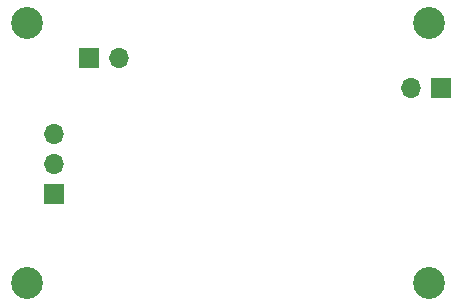
<source format=gbr>
%TF.GenerationSoftware,KiCad,Pcbnew,8.0.0*%
%TF.CreationDate,2024-11-11T15:40:07+01:00*%
%TF.ProjectId,test_amplifier_board,74657374-5f61-46d7-906c-69666965725f,rev?*%
%TF.SameCoordinates,Original*%
%TF.FileFunction,Soldermask,Bot*%
%TF.FilePolarity,Negative*%
%FSLAX46Y46*%
G04 Gerber Fmt 4.6, Leading zero omitted, Abs format (unit mm)*
G04 Created by KiCad (PCBNEW 8.0.0) date 2024-11-11 15:40:07*
%MOMM*%
%LPD*%
G01*
G04 APERTURE LIST*
%ADD10R,1.700000X1.700000*%
%ADD11O,1.700000X1.700000*%
%ADD12C,2.700000*%
G04 APERTURE END LIST*
D10*
%TO.C,J1*%
X105250000Y-117525000D03*
D11*
X105250000Y-114985000D03*
X105250000Y-112445000D03*
%TD*%
D12*
%TO.C,H4*%
X137000000Y-103000000D03*
%TD*%
%TO.C,H1*%
X103000000Y-103000000D03*
%TD*%
D10*
%TO.C,J2*%
X108225000Y-106000000D03*
D11*
X110765000Y-106000000D03*
%TD*%
D12*
%TO.C,H2*%
X103000000Y-125000000D03*
%TD*%
D10*
%TO.C,J3*%
X138025000Y-108500000D03*
D11*
X135485000Y-108500000D03*
%TD*%
D12*
%TO.C,H3*%
X137000000Y-125000000D03*
%TD*%
M02*

</source>
